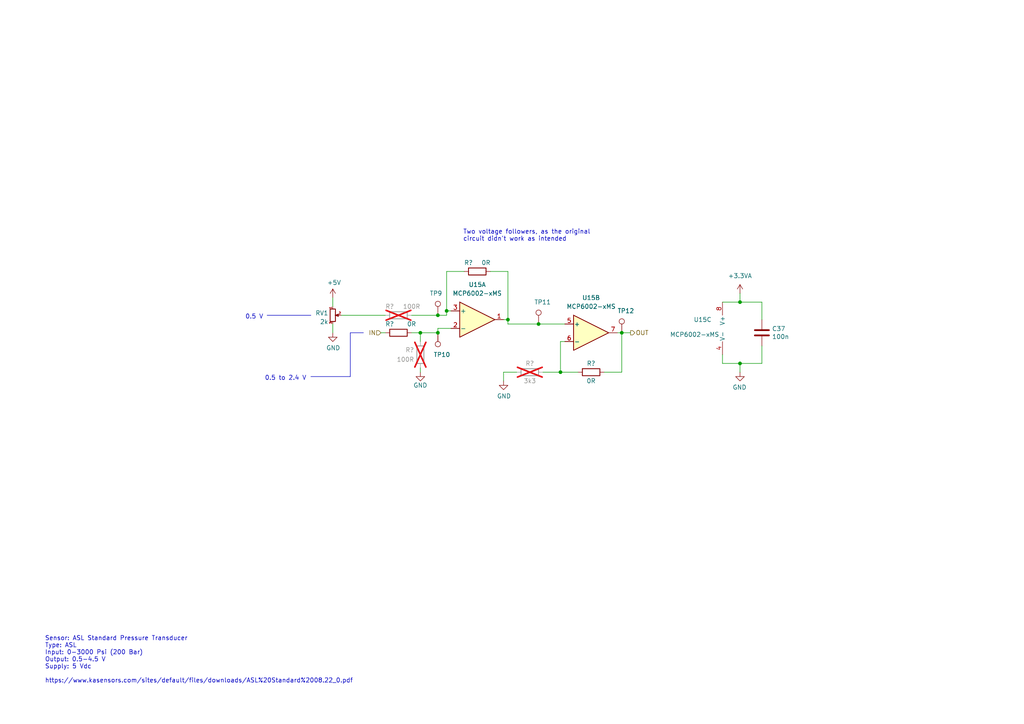
<source format=kicad_sch>
(kicad_sch (version 20231120) (generator "eeschema") (generator_version "8.0")
  (paper "A4")
  (title_block (title "Brake pressure") (date "2023-03-11") (rev "${REVISION}") (company "Author: Szymon Kostrubiec") (comment 1 "Reviewer:"))
  (lib_symbols
    (symbol "Amplifier_Operational:MCP6002-xMS" (pin_names (offset 0.127))
      (property "Reference" "U" (at 0 5.08 0))
      (property "Value" "MCP6002-xMS" (at 0 -5.08 0))
      (symbol "MCP6002-xMS_1_1"
        (polyline (pts (xy -5.08 5.08) (xy 5.08 0) (xy -5.08 -5.08) (xy -5.08 5.08)) (stroke (width 0.254)) (fill (type background)))
        (pin output line (at 7.62 0 180) (length 2.54) (name "~") (number "1"))
        (pin input line (at -7.62 -2.54 0) (length 2.54) (name "-") (number "2"))
        (pin input line (at -7.62 2.54 0) (length 2.54) (name "+") (number "3"))
      )
      (symbol "MCP6002-xMS_2_1"
        (polyline (pts (xy -5.08 5.08) (xy 5.08 0) (xy -5.08 -5.08) (xy -5.08 5.08)) (stroke (width 0.254)) (fill (type background)))
        (pin input line (at -7.62 2.54 0) (length 2.54) (name "+") (number "5"))
        (pin input line (at -7.62 -2.54 0) (length 2.54) (name "-") (number "6"))
        (pin output line (at 7.62 0 180) (length 2.54) (name "~") (number "7"))
      )
      (symbol "MCP6002-xMS_3_1"
        (pin power_in line (at -2.54 -7.62 90) (length 3.81) (name "V-") (number "4"))
        (pin power_in line (at -2.54 7.62 270) (length 3.81) (name "V+") (number "8"))
      )
    )
    (symbol "Connector:TestPoint" (pin_numbers hide) (pin_names (offset 0.762) hide)
      (property "Reference" "TP" (at 0 6.858 0))
      (property "Value" "TestPoint" (at 0 5.08 0))
      (symbol "TestPoint_0_1"
        (circle (center 0 3.302) (radius 0.762))
      )
      (symbol "TestPoint_1_1"
        (pin passive line (at 0 0 90) (length 2.54) (name "1") (number "1"))
      )
    )
    (symbol "Device:C" (pin_numbers hide) (pin_names (offset 0.254))
      (property "Reference" "C" (at 0.635 2.54 0))
      (property "Value" "C" (at 0.635 -2.54 0))
      (symbol "C_0_1"
        (polyline (pts (xy -2.032 -0.762) (xy 2.032 -0.762)) (stroke (width 0.508)))
        (polyline (pts (xy -2.032 0.762) (xy 2.032 0.762)) (stroke (width 0.508)))
      )
      (symbol "C_1_1"
        (pin passive line (at 0 3.81 270) (length 2.794) (name "~") (number "1"))
        (pin passive line (at 0 -3.81 90) (length 2.794) (name "~") (number "2"))
      )
    )
    (symbol "Device:R" (pin_numbers hide) (pin_names (offset 0))
      (property "Reference" "R" (at 2.032 0 90))
      (property "Value" "R" (at 0 0 90))
      (symbol "R_0_1"
        (rectangle (start -1.016 -2.54) (end 1.016 2.54) (stroke (width 0.254)))
      )
      (symbol "R_1_1"
        (pin passive line (at 0 3.81 270) (length 1.27) (name "~") (number "1"))
        (pin passive line (at 0 -3.81 90) (length 1.27) (name "~") (number "2"))
      )
    )
    (symbol "Device:R_Potentiometer_Small" (pin_names (offset 1.016) hide)
      (property "Reference" "RV" (at -4.445 0 90))
      (property "Value" "R_Potentiometer_Small" (at -2.54 0 90))
      (symbol "R_Potentiometer_Small_0_1"
        (polyline (pts (xy 0.889 0) (xy 0.635 0) (xy 1.651 0.381) (xy 1.651 -0.381) (xy 0.635 0) (xy 0.889 0)) (fill (type outline)))
        (rectangle (start 0.762 1.8034) (end -0.762 -1.8034) (stroke (width 0.254)))
      )
      (symbol "R_Potentiometer_Small_1_1"
        (pin passive line (at 0 2.54 270) (length 0.635) (name "1") (number "1"))
        (pin passive line (at 2.54 0 180) (length 0.9906) (name "2") (number "2"))
        (pin passive line (at 0 -2.54 90) (length 0.635) (name "3") (number "3"))
      )
    )
    (symbol "power:+3.3VA" (power) (pin_names (offset 0))
      (property "Value" "+3.3VA" (at 0 3.556 0))
      (symbol "+3.3VA_0_1"
        (polyline (pts (xy -0.762 1.27) (xy 0 2.54)))
        (polyline (pts (xy 0 0) (xy 0 2.54)))
        (polyline (pts (xy 0 2.54) (xy 0.762 1.27)))
      )
      (symbol "+3.3VA_1_1"
        (pin power_in line (at 0 0 90) (length 0) hide (name "+3.3VA") (number "1"))
      )
    )
    (symbol "power:+5V" (power) (pin_names (offset 0))
      (property "Value" "+5V" (at 0 3.556 0))
      (symbol "+5V_0_1"
        (polyline (pts (xy -0.762 1.27) (xy 0 2.54)))
        (polyline (pts (xy 0 0) (xy 0 2.54)))
        (polyline (pts (xy 0 2.54) (xy 0.762 1.27)))
      )
      (symbol "+5V_1_1"
        (pin power_in line (at 0 0 90) (length 0) hide (name "+5V") (number "1"))
      )
    )
    (symbol "power:GND" (power) (pin_names (offset 0))
      (property "Value" "GND" (at 0 -3.81 0))
      (symbol "GND_0_1"
        (polyline (pts (xy 0 0) (xy 0 -1.27) (xy 1.27 -1.27) (xy 0 -2.54) (xy -1.27 -1.27) (xy 0 -1.27)))
      )
      (symbol "GND_1_1"
        (pin power_in line (at 0 0 270) (length 0) hide (name "GND") (number "1"))
      )
    )
  )
  (junction (at 180.34 96.52))
  (junction (at 129.54 90.17))
  (junction (at 156.21 93.98))
  (junction (at 147.32 92.71))
  (junction (at 214.63 87.63))
  (junction (at 162.56 107.95))
  (junction (at 214.63 105.41))
  (junction (at 127 91.44))
  (junction (at 127 96.52))
  (junction (at 121.92 96.52))
  (polyline (pts (xy 101.6 96.52) (xy 101.6 109.22)))
  (wire (pts (xy 119.38 96.52) (xy 121.92 96.52)))
  (wire (pts (xy 214.63 107.95) (xy 214.63 105.41)))
  (wire (pts (xy 147.32 92.71) (xy 147.32 93.98)))
  (wire (pts (xy 162.56 99.06) (xy 162.56 107.95)))
  (wire (pts (xy 121.92 106.68) (xy 121.92 107.95)))
  (wire (pts (xy 111.76 96.52) (xy 110.49 96.52)))
  (wire (pts (xy 134.62 78.74) (xy 129.54 78.74)))
  (wire (pts (xy 214.63 87.63) (xy 220.98 87.63)))
  (wire (pts (xy 147.32 78.74) (xy 142.24 78.74)))
  (wire (pts (xy 127 96.52) (xy 121.92 96.52)))
  (wire (pts (xy 130.81 95.25) (xy 127 95.25)))
  (wire (pts (xy 147.32 78.74) (xy 147.32 92.71)))
  (polyline (pts (xy 105.41 96.52) (xy 101.6 96.52)))
  (wire (pts (xy 175.26 107.95) (xy 180.34 107.95)))
  (wire (pts (xy 147.32 92.71) (xy 146.05 92.71)))
  (wire (pts (xy 209.55 87.63) (xy 214.63 87.63)))
  (wire (pts (xy 119.38 91.44) (xy 127 91.44)))
  (wire (pts (xy 179.07 96.52) (xy 180.34 96.52)))
  (wire (pts (xy 214.63 85.09) (xy 214.63 87.63)))
  (wire (pts (xy 121.92 99.06) (xy 121.92 96.52)))
  (wire (pts (xy 180.34 96.52) (xy 180.34 107.95)))
  (wire (pts (xy 162.56 107.95) (xy 167.64 107.95)))
  (polyline (pts (xy 77.47 91.44) (xy 90.17 91.44)))
  (wire (pts (xy 129.54 90.17) (xy 129.54 91.44)))
  (wire (pts (xy 127 91.44) (xy 129.54 91.44)))
  (wire (pts (xy 146.05 110.49) (xy 146.05 107.95)))
  (wire (pts (xy 209.55 105.41) (xy 209.55 102.87)))
  (wire (pts (xy 129.54 78.74) (xy 129.54 90.17)))
  (wire (pts (xy 157.48 107.95) (xy 162.56 107.95)))
  (wire (pts (xy 96.52 86.36) (xy 96.52 88.9)))
  (wire (pts (xy 146.05 107.95) (xy 149.86 107.95)))
  (wire (pts (xy 209.55 105.41) (xy 214.63 105.41)))
  (wire (pts (xy 220.98 100.33) (xy 220.98 105.41)))
  (wire (pts (xy 99.06 91.44) (xy 111.76 91.44)))
  (wire (pts (xy 214.63 105.41) (xy 220.98 105.41)))
  (wire (pts (xy 129.54 90.17) (xy 130.81 90.17)))
  (wire (pts (xy 147.32 93.98) (xy 156.21 93.98)))
  (wire (pts (xy 220.98 92.71) (xy 220.98 87.63)))
  (wire (pts (xy 96.52 93.98) (xy 96.52 96.52)))
  (wire (pts (xy 162.56 99.06) (xy 163.83 99.06)))
  (wire (pts (xy 127 95.25) (xy 127 96.52)))
  (polyline (pts (xy 90.17 109.22) (xy 101.6 109.22)))
  (wire (pts (xy 180.34 96.52) (xy 182.88 96.52)))
  (wire (pts (xy 156.21 93.98) (xy 163.83 93.98)))
  (text_box "Sensor: ASL Standard Pressure Transducer\nType: ASL\nInput: 0-3000 Psi (200 Bar)\nOutput: 0.5-4.5 V\nSupply: 5 Vdc\n\nhttps://www.kasensors.com/sites/default/files/downloads/ASL%20Standard%2008.22_0.pdf" (at 12.065 184.15 0) (size 91.44 13.97) (stroke (width -0.0001)) (effects (font (size 1.27 1.27)) (justify left)))
  (text_box "Two voltage followers, as the original circuit didn't work as intended" (at 133.35 65.405 0) (size 40.64 6.35) (stroke (width -0.0001)) (effects (font (size 1.27 1.27)) (justify left top)))
  (text "0.5 to 2.4 V" (at 88.9 110.49 0) (effects (font (size 1.27 1.27)) (justify right bottom)))
  (text "0.5 V" (at 71.12 92.71 0) (effects (font (size 1.27 1.27)) (justify left bottom)))
  (hierarchical_label "IN" (shape input) (at 110.49 96.52 180))
  (hierarchical_label "OUT" (shape output) (at 182.88 96.52 0))
  (symbol (lib_id "power:GND") (at 146.05 110.49 0) (unit 1)
    (property "Reference" "#PWR?" (effects (hide yes)))
    (property "Value" "GND" (at 146.177 114.8842 0))
    (instances (project "karta_pomiarowa_v2" (path "" (reference "#PWR?") (unit 1)) (path "" (reference "#PWR?") (unit 1))) (project "PUTM_EV_Frontbox_2023" (path "" (reference "#PWR0117") (unit 1)) (path "" (reference "#PWR0134") (unit 1))) (project "apps" (path "" (reference "#PWR?") (unit 1)) (path "" (reference "#PWR?") (unit 1)) (path "" (reference "#PWR?") (unit 1)) (path "" (reference "#PWR?") (unit 1)) (path "" (reference "#PWR?") (unit 1))))
  )
  (symbol (lib_id "Connector:TestPoint") (at 156.21 93.98 0) (unit 1)
    (property "Reference" "TP11" (at 154.94 87.63 0) (effects (justify left)))
    (property "Value" "BR_MID" (effects (hide yes)))
    (property "Footprint" "TestPoint:TestPoint_THTPad_D1.0mm_Drill0.5mm" (effects (hide yes)))
    (instances (project "PUTM_EV_Frontbox_2023" (path "" (reference "TP11") (unit 1)) (path "" (reference "TP19") (unit 1))) (project "apps" (path "" (reference "TP?") (unit 1)) (path "" (reference "TP?") (unit 1)) (path "" (reference "TP?") (unit 1)) (path "" (reference "TP?") (unit 1)) (path "" (reference "TP?") (unit 1)) (path "" (reference "TP?") (unit 1))))
  )
  (symbol (lib_id "Device:R") (at 121.92 102.87 180) (unit 1) (dnp yes)
    (property "Reference" "R?" (at 120.142 101.4984 0) (effects (justify left)))
    (property "Value" "100R" (at 120.142 104.267 0) (effects (justify left)))
    (property "Footprint" "Resistor_SMD:R_0603_1608Metric_Pad0.98x0.95mm_HandSolder" (effects (hide yes)))
    (instances (project "karta_pomiarowa_v2" (path "" (reference "R?") (unit 1)) (path "" (reference "R?") (unit 1))) (project "PUTM_EV_Frontbox_2023" (path "" (reference "R44") (unit 1)) (path "" (reference "R57") (unit 1))) (project "apps" (path "" (reference "R?") (unit 1)) (path "" (reference "R?") (unit 1)) (path "" (reference "R?") (unit 1)) (path "" (reference "R?") (unit 1)) (path "" (reference "R?") (unit 1))))
  )
  (symbol (lib_id "power:GND") (at 96.52 96.52 0) (unit 1)
    (property "Reference" "#PWR?" (effects (hide yes)))
    (property "Value" "GND" (at 96.647 100.9142 0))
    (instances (project "karta_pomiarowa_v2" (path "" (reference "#PWR?") (unit 1)) (path "" (reference "#PWR?") (unit 1))) (project "PUTM_EV_Frontbox_2023" (path "" (reference "#PWR0115") (unit 1)) (path "" (reference "#PWR0132") (unit 1))) (project "apps" (path "" (reference "#PWR?") (unit 1)) (path "" (reference "#PWR?") (unit 1)) (path "" (reference "#PWR?") (unit 1)) (path "" (reference "#PWR?") (unit 1)) (path "" (reference "#PWR?") (unit 1))))
  )
  (symbol (lib_id "Amplifier_Operational:MCP6002-xMS") (at 138.43 92.71 0) (unit 1)
    (property "Reference" "U15" (at 138.43 82.55 0))
    (property "Value" "MCP6002-xMS" (at 138.43 85.09 0))
    (property "Footprint" "Snapeda:SOP65P490X110-8N" (effects (hide yes)))
    (property "Datasheet" "http://ww1.microchip.com/downloads/en/DeviceDoc/21733j.pdf" (effects (hide yes)))
    (property "Description" "1MHz, Low-Power Op Amp, MSOP-8" (effects (hide yes)))
    (instances (project "" (path "" (reference "U15") (unit 1)) (path "" (reference "U18") (unit 1))))
  )
  (symbol (lib_id "Device:R") (at 115.57 91.44 270) (unit 1) (dnp yes)
    (property "Reference" "R?" (at 113.03 88.9 90))
    (property "Value" "100R" (at 119.38 88.9 90))
    (property "Footprint" "Resistor_SMD:R_0603_1608Metric_Pad0.98x0.95mm_HandSolder" (effects (hide yes)))
    (instances (project "karta_pomiarowa_v2" (path "" (reference "R?") (unit 1)) (path "" (reference "R?") (unit 1))) (project "PUTM_EV_Frontbox_2023" (path "" (reference "R42") (unit 1)) (path "" (reference "R55") (unit 1))) (project "apps" (path "" (reference "R?") (unit 1)) (path "" (reference "R?") (unit 1)) (path "" (reference "R?") (unit 1)) (path "" (reference "R?") (unit 1)) (path "" (reference "R?") (unit 1))))
  )
  (symbol (lib_id "Connector:TestPoint") (at 127 91.44 0) (mirror y) (unit 1)
    (property "Reference" "TP9" (at 128.27 85.09 0) (effects (justify left)))
    (property "Value" "BR_N" (effects (hide yes)))
    (property "Footprint" "TestPoint:TestPoint_THTPad_D1.0mm_Drill0.5mm" (effects (hide yes)))
    (instances (project "PUTM_EV_Frontbox_2023" (path "" (reference "TP9") (unit 1)) (path "" (reference "TP17") (unit 1))) (project "apps" (path "" (reference "TP?") (unit 1)) (path "" (reference "TP?") (unit 1)) (path "" (reference "TP?") (unit 1)) (path "" (reference "TP?") (unit 1)) (path "" (reference "TP?") (unit 1)) (path "" (reference "TP?") (unit 1))))
  )
  (symbol (lib_id "Device:R") (at 115.57 96.52 270) (mirror x) (unit 1)
    (property "Reference" "R?" (at 113.03 93.98 90))
    (property "Value" "0R" (at 119.38 93.98 90))
    (property "Footprint" "Resistor_SMD:R_0603_1608Metric_Pad0.98x0.95mm_HandSolder" (effects (hide yes)))
    (instances (project "karta_pomiarowa_v2" (path "" (reference "R?") (unit 1)) (path "" (reference "R?") (unit 1))) (project "PUTM_EV_Frontbox_2023" (path "" (reference "R43") (unit 1)) (path "" (reference "R56") (unit 1))) (project "apps" (path "" (reference "R?") (unit 1)) (path "" (reference "R?") (unit 1)) (path "" (reference "R?") (unit 1)) (path "" (reference "R?") (unit 1)) (path "" (reference "R?") (unit 1))))
  )
  (symbol (lib_id "power:GND") (at 214.63 107.95 0) (mirror y) (unit 1)
    (property "Reference" "#PWR?" (effects (hide yes)))
    (property "Value" "GND" (at 214.503 112.3442 0))
    (instances (project "karta_pomiarowa_v2" (path "" (reference "#PWR?") (unit 1)) (path "" (reference "#PWR?") (unit 1))) (project "PUTM_EV_Frontbox_2023" (path "" (reference "#PWR0119") (unit 1)) (path "" (reference "#PWR0136") (unit 1))) (project "apps" (path "" (reference "#PWR?") (unit 1)) (path "" (reference "#PWR?") (unit 1)) (path "" (reference "#PWR?") (unit 1)) (path "" (reference "#PWR?") (unit 1)) (path "" (reference "#PWR?") (unit 1))))
  )
  (symbol (lib_id "Connector:TestPoint") (at 127 96.52 0) (mirror x) (unit 1)
    (property "Reference" "TP10" (at 125.73 102.87 0) (effects (justify left)))
    (property "Value" "BR_P" (effects (hide yes)))
    (property "Footprint" "TestPoint:TestPoint_THTPad_D1.0mm_Drill0.5mm" (effects (hide yes)))
    (instances (project "PUTM_EV_Frontbox_2023" (path "" (reference "TP10") (unit 1)) (path "" (reference "TP18") (unit 1))) (project "apps" (path "" (reference "TP?") (unit 1)) (path "" (reference "TP?") (unit 1)) (path "" (reference "TP?") (unit 1)) (path "" (reference "TP?") (unit 1)) (path "" (reference "TP?") (unit 1)) (path "" (reference "TP?") (unit 1))))
  )
  (symbol (lib_id "power:GND") (at 121.92 107.95 0) (mirror y) (unit 1)
    (property "Reference" "#PWR?" (effects (hide yes)))
    (property "Value" "GND" (at 121.92 111.76 0))
    (instances (project "karta_pomiarowa_v2" (path "" (reference "#PWR?") (unit 1)) (path "" (reference "#PWR?") (unit 1))) (project "PUTM_EV_Frontbox_2023" (path "" (reference "#PWR0116") (unit 1)) (path "" (reference "#PWR0133") (unit 1))) (project "apps" (path "" (reference "#PWR?") (unit 1)) (path "" (reference "#PWR?") (unit 1)) (path "" (reference "#PWR?") (unit 1)) (path "" (reference "#PWR?") (unit 1)) (path "" (reference "#PWR?") (unit 1))))
  )
  (symbol (lib_id "Amplifier_Operational:MCP6002-xMS") (at 171.45 96.52 0) (unit 2)
    (property "Reference" "U15" (at 171.45 86.36 0))
    (property "Value" "MCP6002-xMS" (at 171.45 88.9 0))
    (property "Footprint" "Snapeda:SOP65P490X110-8N" (effects (hide yes)))
    (property "Datasheet" "http://ww1.microchip.com/downloads/en/DeviceDoc/21733j.pdf" (effects (hide yes)))
    (property "Description" "1MHz, Low-Power Op Amp, MSOP-8" (effects (hide yes)))
    (instances (project "" (path "" (reference "U15") (unit 2)) (path "" (reference "U18") (unit 2))))
  )
  (symbol (lib_id "power:+3.3VA") (at 214.63 85.09 0) (unit 1)
    (property "Reference" "#PWR0118" (effects (hide yes)))
    (property "Value" "+3.3VA" (at 214.63 80.01 0))
    (instances (project "PUTM_EV_Frontbox_2023" (path "" (reference "#PWR0118") (unit 1)) (path "" (reference "#PWR0135") (unit 1))))
  )
  (symbol (lib_id "Device:C") (at 220.98 96.52 0) (unit 1)
    (property "Reference" "C37" (at 223.901 95.3516 0) (effects (justify left)))
    (property "Value" "100n" (at 223.901 97.663 0) (effects (justify left)))
    (property "Footprint" "Capacitor_SMD:C_0603_1608Metric_Pad1.08x0.95mm_HandSolder" (effects (hide yes)))
    (instances (project "PUTM_EV_Frontbox_2023" (path "" (reference "C37") (unit 1)) (path "" (reference "C42") (unit 1))) (project "apps" (path "" (reference "C?") (unit 1)) (path "" (reference "C?") (unit 1)) (path "" (reference "C?") (unit 1)) (path "" (reference "C?") (unit 1)) (path "" (reference "C?") (unit 1)) (path "" (reference "C?") (unit 1))))
  )
  (symbol (lib_id "Amplifier_Operational:MCP6002-xMS") (at 212.09 95.25 0) (unit 3)
    (property "Reference" "U15" (at 201.168 92.71 0) (effects (justify left)))
    (property "Value" "MCP6002-xMS" (at 194.31 97.028 0) (effects (justify left)))
    (property "Footprint" "Snapeda:SOP65P490X110-8N" (effects (hide yes)))
    (property "Datasheet" "http://ww1.microchip.com/downloads/en/DeviceDoc/21733j.pdf" (effects (hide yes)))
    (property "Description" "1MHz, Low-Power Op Amp, MSOP-8" (effects (hide yes)))
    (instances (project "" (path "" (reference "U15") (unit 3)) (path "" (reference "U18") (unit 3))))
  )
  (symbol (lib_id "Device:R") (at 171.45 107.95 270) (unit 1)
    (property "Reference" "R?" (at 171.45 105.41 90))
    (property "Value" "0R" (at 171.45 110.49 90))
    (property "Footprint" "Resistor_SMD:R_0603_1608Metric_Pad0.98x0.95mm_HandSolder" (effects (hide yes)))
    (instances (project "karta_pomiarowa_v2" (path "" (reference "R?") (unit 1)) (path "" (reference "R?") (unit 1))) (project "PUTM_EV_Frontbox_2023" (path "" (reference "R47") (unit 1)) (path "" (reference "R60") (unit 1))) (project "apps" (path "" (reference "R?") (unit 1)) (path "" (reference "R?") (unit 1)) (path "" (reference "R?") (unit 1)) (path "" (reference "R?") (unit 1)) (path "" (reference "R?") (unit 1))))
  )
  (symbol (lib_id "power:+5V") (at 96.52 86.36 0) (unit 1)
    (property "Reference" "#PWR?" (effects (hide yes)))
    (property "Value" "+5V" (at 96.901 81.9658 0))
    (instances (project "karta_pomiarowa_v2" (path "" (reference "#PWR?") (unit 1)) (path "" (reference "#PWR?") (unit 1))) (project "PUTM_EV_Frontbox_2023" (path "" (reference "#PWR0114") (unit 1)) (path "" (reference "#PWR0131") (unit 1))) (project "apps" (path "" (reference "#PWR?") (unit 1)) (path "" (reference "#PWR?") (unit 1)) (path "" (reference "#PWR?") (unit 1)) (path "" (reference "#PWR?") (unit 1)) (path "" (reference "#PWR?") (unit 1))))
  )
  (symbol (lib_id "Device:R") (at 138.43 78.74 270) (unit 1)
    (property "Reference" "R?" (at 135.89 76.2 90))
    (property "Value" "0R" (at 140.97 76.2 90))
    (property "Footprint" "Resistor_SMD:R_0603_1608Metric_Pad0.98x0.95mm_HandSolder" (effects (hide yes)))
    (instances (project "karta_pomiarowa_v2" (path "" (reference "R?") (unit 1)) (path "" (reference "R?") (unit 1))) (project "PUTM_EV_Frontbox_2023" (path "" (reference "R45") (unit 1)) (path "" (reference "R58") (unit 1))) (project "apps" (path "" (reference "R?") (unit 1)) (path "" (reference "R?") (unit 1)) (path "" (reference "R?") (unit 1)) (path "" (reference "R?") (unit 1)) (path "" (reference "R?") (unit 1))))
  )
  (symbol (lib_id "Device:R") (at 153.67 107.95 270) (unit 1) (dnp yes)
    (property "Reference" "R?" (at 153.67 105.41 90))
    (property "Value" "3k3" (at 153.67 110.49 90))
    (property "Footprint" "Resistor_SMD:R_0603_1608Metric_Pad0.98x0.95mm_HandSolder" (effects (hide yes)))
    (instances (project "karta_pomiarowa_v2" (path "" (reference "R?") (unit 1)) (path "" (reference "R?") (unit 1))) (project "PUTM_EV_Frontbox_2023" (path "" (reference "R46") (unit 1)) (path "" (reference "R59") (unit 1))) (project "apps" (path "" (reference "R?") (unit 1)) (path "" (reference "R?") (unit 1)) (path "" (reference "R?") (unit 1)) (path "" (reference "R?") (unit 1)) (path "" (reference "R?") (unit 1))))
  )
  (symbol (lib_id "Device:R_Potentiometer_Small") (at 96.52 91.44 0) (unit 1)
    (property "Reference" "RV1" (at 95.25 90.805 0) (effects (justify right)))
    (property "Value" "2k" (at 95.25 93.345 0) (effects (justify right)))
    (property "Footprint" "Potentiometer_SMD:Potentiometer_Bourns_3214J_Horizontal" (effects (hide yes)))
    (instances (project "PUTM_EV_Frontbox_2023" (path "" (reference "RV1") (unit 1)) (path "" (reference "RV2") (unit 1))) (project "apps" (path "" (reference "RV?") (unit 1)) (path "" (reference "RV?") (unit 1)) (path "" (reference "RV?") (unit 1)) (path "" (reference "RV?") (unit 1)) (path "" (reference "RV?") (unit 1)) (path "" (reference "RV?") (unit 1))))
  )
  (symbol (lib_id "Connector:TestPoint") (at 180.34 96.52 0) (unit 1)
    (property "Reference" "TP12" (at 179.07 90.17 0) (effects (justify left)))
    (property "Value" "BR_OUT" (effects (hide yes)))
    (property "Footprint" "TestPoint:TestPoint_THTPad_D1.0mm_Drill0.5mm" (effects (hide yes)))
    (instances (project "PUTM_EV_Frontbox_2023" (path "" (reference "TP12") (unit 1)) (path "" (reference "TP20") (unit 1))) (project "apps" (path "" (reference "TP?") (unit 1)) (path "" (reference "TP?") (unit 1)) (path "" (reference "TP?") (unit 1)) (path "" (reference "TP?") (unit 1)) (path "" (reference "TP?") (unit 1)) (path "" (reference "TP?") (unit 1))))
  )
)
</source>
